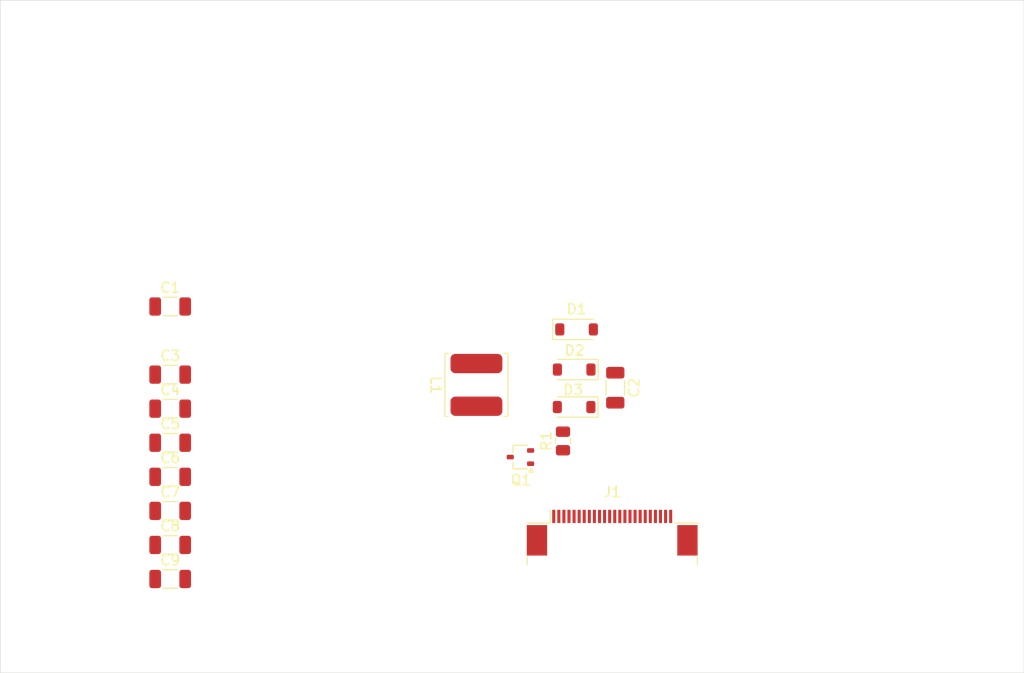
<source format=kicad_pcb>
(kicad_pcb (version 20240108) (generator "pcbnew") (generator_version "8.0")
  (layers (0 "F.Cu" signal) (31 "B.Cu" signal) (34 "B.Paste" user) (35 "F.Paste" user) (36 "B.SilkS" user "B.Silkscreen") (37 "F.SilkS" user "F.Silkscreen") (38 "B.Mask" user) (39 "F.Mask" user) (44 "Edge.Cuts" user))
  (net 0 "")
  (net 4 "GND")
  (net 5 "VGL")
  (net 6 "VGH")
  (net 7 "Net-(D3-A)")
  (net 8 "Net-(D1-K)")
  (net 9 "VCI")
  (net 10 "Net-(J1-Pin_5)")
  (net 11 "Net-(J1-Pin_18)")
  (net 12 "Net-(J1-Pin_20)")
  (net 13 "Net-(J1-Pin_22)")
  (net 14 "Net-(J1-Pin_24)")
  (net 15 "RESE")
  (net 16 "RES#")
  (net 17 "SDA")
  (net 18 "GDR")
  (net 19 "CS#")
  (net 20 "SCL")
  (net 21 "BS")
  (net 22 "D{slash}C#")
  (net 23 "TSDA")
  (net 24 "TSCL")
  (net 25 "BUSY")
  (footprint "Package_TO_SOT_SMD:SOT-323_SC-70" (layer "F.Cu") (at 141.38 100.0975 180)
    (property "Reference" "Q1" (at -0.05 -2.25 0) (layer "F.SilkS"))
    (property "Value" "Si1308EDL" (hide yes))
    (fp_line (start 0.73 0.5) (end 0.73 1.16) (stroke (width 0.12)) (layer "F.SilkS"))
    (fp_line (start 0.73 -1.16) (end 0.73 -0.5) (stroke (width 0.12)) (layer "F.SilkS"))
    (fp_line (start -0.68 1.16) (end 0.73 1.16) (stroke (width 0.12)) (layer "F.SilkS"))
    (fp_line (start -0.68 -1.16) (end 0.73 -1.16) (stroke (width 0.12)) (layer "F.SilkS"))
    (fp_poly (pts (xy -1.05 -1.14) (xy -1.29 -1.47) (xy -0.81 -1.47) (xy -1.05 -1.14)) (stroke (width 0.12)) (fill solid) (layer "F.SilkS"))
    (pad "1" smd roundrect (at -1 -0.65 90) (size 0.45 0.7) (layers "F.Cu" "F.Paste" "F.Mask") (net 18 "GDR"))
    (pad "2" smd roundrect (at -1 0.65 90) (size 0.45 0.7) (layers "F.Cu" "F.Paste" "F.Mask") (net 15 "RESE"))
    (pad "3" smd roundrect (at 1 0 90) (size 0.45 0.7) (layers "F.Cu" "F.Paste" "F.Mask") (net 7 "Net-(D3-A)"))
  )
  (footprint "Resistor_SMD:R_0805_2012Metric" (layer "F.Cu") (at 145.565 98.5125 90)
    (property "Reference" "R1" (at 0 -1.65 90) (layer "F.SilkS"))
    (property "Value" "470mOhm" (hide yes))
    (fp_line (start -0.227064 -0.735) (end 0.227064 -0.735) (stroke (width 0.12)) (layer "F.SilkS"))
    (fp_line (start -0.227064 0.735) (end 0.227064 0.735) (stroke (width 0.12)) (layer "F.SilkS"))
    (pad "1" smd roundrect (at -0.9125 0 90) (size 1.025 1.4) (layers "F.Cu" "F.Paste" "F.Mask") (roundrect_rratio 0.243902) (net 15 "RESE"))
    (pad "2" smd roundrect (at 0.9125 0 90) (size 1.025 1.4) (layers "F.Cu" "F.Paste" "F.Mask") (roundrect_rratio 0.243902) (net 4 "GND"))
  )
  (footprint "Capacitor_SMD:C_1206_3216Metric" (layer "F.Cu") (at 106.9325 108.7375)
    (property "Reference" "C8" (at 0 -1.85 0) (layer "F.SilkS"))
    (property "Value" "4.7uF")
    (fp_line (start -0.711252 -0.91) (end 0.711252 -0.91) (stroke (width 0.12)) (layer "F.SilkS"))
    (fp_line (start -0.711252 0.91) (end 0.711252 0.91) (stroke (width 0.12)) (layer "F.SilkS"))
    (pad "1" smd roundrect (at -1.475 0) (size 1.15 1.8) (layers "F.Cu" "F.Paste" "F.Mask") (roundrect_rratio 0.217391) (net 13 "Net-(J1-Pin_22)"))
    (pad "2" smd roundrect (at 1.475 0) (size 1.15 1.8) (layers "F.Cu" "F.Paste" "F.Mask") (roundrect_rratio 0.217391) (net 4 "GND"))
  )
  (footprint "Capacitor_SMD:C_1206_3216Metric" (layer "F.Cu") (at 106.9325 102.0375)
    (property "Reference" "C6" (at 0 -1.85 0) (layer "F.SilkS"))
    (property "Value" "1uF")
    (fp_line (start -0.711252 -0.91) (end 0.711252 -0.91) (stroke (width 0.12)) (layer "F.SilkS"))
    (fp_line (start -0.711252 0.91) (end 0.711252 0.91) (stroke (width 0.12)) (layer "F.SilkS"))
    (pad "1" smd roundrect (at -1.475 0) (size 1.15 1.8) (layers "F.Cu" "F.Paste" "F.Mask") (roundrect_rratio 0.217391) (net 11 "Net-(J1-Pin_18)"))
    (pad "2" smd roundrect (at 1.475 0) (size 1.15 1.8) (layers "F.Cu" "F.Paste" "F.Mask") (roundrect_rratio 0.217391) (net 4 "GND"))
  )
  (footprint "Diode_SMD:D_SOD-123" (layer "F.Cu") (at 146.6575 95.175 180)
    (property "Reference" "D3" (at 0.0925 1.6925 0) (layer "F.SilkS"))
    (property "Value" "MBR0530" (hide yes))
    (fp_line (start -2.36 1) (end 1.65 1) (stroke (width 0.12)) (layer "F.SilkS"))
    (fp_line (start -2.36 -1) (end 1.65 -1) (stroke (width 0.12)) (layer "F.SilkS"))
    (fp_line (start -2.36 -1) (end -2.36 1) (stroke (width 0.12)) (layer "F.SilkS"))
    (pad "1" smd roundrect (at -1.65 0 180) (size 0.9 1.2) (layers "F.Cu" "F.Paste" "F.Mask") (net 6 "VGH"))
    (pad "2" smd roundrect (at 1.65 0 180) (size 0.9 1.2) (layers "F.Cu" "F.Paste" "F.Mask") (net 7 "Net-(D3-A)"))
  )
  (footprint "Diode_SMD:D_SOD-123" (layer "F.Cu") (at 146.665 91.49 180)
    (property "Reference" "D2" (at -0.0425 1.885 0) (layer "F.SilkS"))
    (property "Value" "MBR0530" (hide yes))
    (fp_line (start -2.36 1) (end 1.65 1) (stroke (width 0.12)) (layer "F.SilkS"))
    (fp_line (start -2.36 -1) (end 1.65 -1) (stroke (width 0.12)) (layer "F.SilkS"))
    (fp_line (start -2.36 -1) (end -2.36 1) (stroke (width 0.12)) (layer "F.SilkS"))
    (pad "1" smd roundrect (at -1.65 0 180) (size 0.9 1.2) (layers "F.Cu" "F.Paste" "F.Mask") (net 4 "GND"))
    (pad "2" smd roundrect (at 1.65 0 180) (size 0.9 1.2) (layers "F.Cu" "F.Paste" "F.Mask") (net 8 "Net-(D1-K)"))
  )
  (footprint "Capacitor_SMD:C_1206_3216Metric" (layer "F.Cu") (at 150.7075 93.275 -90)
    (property "Reference" "C2" (at 0 -1.85 90) (layer "F.SilkS"))
    (property "Value" "4.7uF" (hide yes))
    (fp_line (start -0.711252 0.91) (end 0.711252 0.91) (stroke (width 0.12)) (layer "F.SilkS"))
    (fp_line (start -0.711252 -0.91) (end 0.711252 -0.91) (stroke (width 0.12)) (layer "F.SilkS"))
    (pad "1" smd roundrect (at -1.475 0 270) (size 1.15 1.8) (layers "F.Cu" "F.Paste" "F.Mask") (roundrect_rratio 0.217391) (net 4 "GND"))
    (pad "2" smd roundrect (at 1.475 0 270) (size 1.15 1.8) (layers "F.Cu" "F.Paste" "F.Mask") (roundrect_rratio 0.217391) (net 6 "VGH"))
  )
  (footprint "Capacitor_SMD:C_1206_3216Metric" (layer "F.Cu") (at 106.9325 98.6875)
    (property "Reference" "C5" (at 0 -1.85 0) (layer "F.SilkS"))
    (property "Value" "4.7uF")
    (fp_line (start -0.711252 -0.91) (end 0.711252 -0.91) (stroke (width 0.12)) (layer "F.SilkS"))
    (fp_line (start -0.711252 0.91) (end 0.711252 0.91) (stroke (width 0.12)) (layer "F.SilkS"))
    (pad "1" smd roundrect (at -1.475 0) (size 1.15 1.8) (layers "F.Cu" "F.Paste" "F.Mask") (roundrect_rratio 0.217391) (net 10 "Net-(J1-Pin_5)"))
    (pad "2" smd roundrect (at 1.475 0) (size 1.15 1.8) (layers "F.Cu" "F.Paste" "F.Mask") (roundrect_rratio 0.217391) (net 4 "GND"))
  )
  (footprint "Capacitor_SMD:C_1206_3216Metric" (layer "F.Cu") (at 106.9325 91.9875)
    (property "Reference" "C3" (at 0 -1.85 0) (layer "F.SilkS"))
    (property "Value" "4.7uF")
    (fp_line (start -0.711252 -0.91) (end 0.711252 -0.91) (stroke (width 0.12)) (layer "F.SilkS"))
    (fp_line (start -0.711252 0.91) (end 0.711252 0.91) (stroke (width 0.12)) (layer "F.SilkS"))
    (pad "1" smd roundrect (at -1.475 0) (size 1.15 1.8) (layers "F.Cu" "F.Paste" "F.Mask") (roundrect_rratio 0.217391) (net 8 "Net-(D1-K)"))
    (pad "2" smd roundrect (at 1.475 0) (size 1.15 1.8) (layers "F.Cu" "F.Paste" "F.Mask") (roundrect_rratio 0.217391) (net 7 "Net-(D3-A)"))
  )
  (footprint "Connector_FFC-FPC:Jushuo_AFC07-S24FCA-00_1x24-1MP_P0.50_Horizontal" (layer "F.Cu") (at 150.405 107.5325)
    (property "Reference" "J1" (at 0 -4 0) (layer "F.SilkS"))
    (property "Value" "Conn_01x24_Pin")
    (fp_line (start -8.37 2.45) (end -8.37 3.13) (stroke (width 0.12)) (layer "F.SilkS"))
    (fp_line (start -6.1 -0.95) (end -8.4 -0.95) (stroke (width 0.12)) (layer "F.SilkS"))
    (fp_line (start -6.1 -0.95) (end -6.1 -2.25) (stroke (width 0.12)) (layer "F.SilkS"))
    (fp_line (start 6.1 -0.95) (end 8.4 -0.95) (stroke (width 0.12)) (layer "F.SilkS"))
    (fp_line (start 8.37 2.45) (end 8.37 3.13) (stroke (width 0.12)) (layer "F.SilkS"))
    (pad "1" smd rect (at -5.75 -1.6) (size 0.3 1.3) (layers "F.Cu" "F.Paste" "F.Mask"))
    (pad "2" smd rect (at -5.25 -1.6) (size 0.3 1.3) (layers "F.Cu" "F.Paste" "F.Mask") (net 18 "GDR"))
    (pad "3" smd rect (at -4.75 -1.6) (size 0.3 1.3) (layers "F.Cu" "F.Paste" "F.Mask") (net 15 "RESE"))
    (pad "4" smd rect (at -4.25 -1.6) (size 0.3 1.3) (layers "F.Cu" "F.Paste" "F.Mask"))
    (pad "5" smd rect (at -3.75 -1.6) (size 0.3 1.3) (layers "F.Cu" "F.Paste" "F.Mask") (net 10 "Net-(J1-Pin_5)"))
    (pad "6" smd rect (at -3.25 -1.6) (size 0.3 1.3) (layers "F.Cu" "F.Paste" "F.Mask") (net 24 "TSCL"))
    (pad "7" smd rect (at -2.75 -1.6) (size 0.3 1.3) (layers "F.Cu" "F.Paste" "F.Mask") (net 23 "TSDA"))
    (pad "8" smd rect (at -2.25 -1.6) (size 0.3 1.3) (layers "F.Cu" "F.Paste" "F.Mask") (net 21 "BS"))
    (pad "9" smd rect (at -1.75 -1.6) (size 0.3 1.3) (layers "F.Cu" "F.Paste" "F.Mask") (net 25 "BUSY"))
    (pad "10" smd rect (at -1.25 -1.6) (size 0.3 1.3) (layers "F.Cu" "F.Paste" "F.Mask") (net 16 "RES#"))
    (pad "11" smd rect (at -0.75 -1.6) (size 0.3 1.3) (layers "F.Cu" "F.Paste" "F.Mask") (net 22 "D{slash}C#"))
    (pad "12" smd rect (at -0.25 -1.6) (size 0.3 1.3) (layers "F.Cu" "F.Paste" "F.Mask") (net 19 "CS#"))
    (pad "13" smd rect (at 0.25 -1.6) (size 0.3 1.3) (layers "F.Cu" "F.Paste" "F.Mask") (net 20 "SCL"))
    (pad "14" smd rect (at 0.75 -1.6) (size 0.3 1.3) (layers "F.Cu" "F.Paste" "F.Mask") (net 17 "SDA"))
    (pad "15" smd rect (at 1.25 -1.6) (size 0.3 1.3) (layers "F.Cu" "F.Paste" "F.Mask") (net 9 "VCI"))
    (pad "16" smd rect (at 1.75 -1.6) (size 0.3 1.3) (layers "F.Cu" "F.Paste" "F.Mask") (net 9 "VCI"))
    (pad "17" smd rect (at 2.25 -1.6) (size 0.3 1.3) (layers "F.Cu" "F.Paste" "F.Mask") (net 4 "GND"))
    (pad "18" smd rect (at 2.75 -1.6) (size 0.3 1.3) (layers "F.Cu" "F.Paste" "F.Mask") (net 11 "Net-(J1-Pin_18)"))
    (pad "19" smd rect (at 3.25 -1.6) (size 0.3 1.3) (layers "F.Cu" "F.Paste" "F.Mask"))
    (pad "20" smd rect (at 3.75 -1.6) (size 0.3 1.3) (layers "F.Cu" "F.Paste" "F.Mask") (net 12 "Net-(J1-Pin_20)"))
    (pad "21" smd rect (at 4.25 -1.6) (size 0.3 1.3) (layers "F.Cu" "F.Paste" "F.Mask") (net 6 "VGH"))
    (pad "22" smd rect (at 4.75 -1.6) (size 0.3 1.3) (layers "F.Cu" "F.Paste" "F.Mask") (net 13 "Net-(J1-Pin_22)"))
    (pad "23" smd rect (at 5.25 -1.6) (size 0.3 1.3) (layers "F.Cu" "F.Paste" "F.Mask") (net 5 "VGL"))
    (pad "24" smd rect (at 5.75 -1.6) (size 0.3 1.3) (layers "F.Cu" "F.Paste" "F.Mask") (net 14 "Net-(J1-Pin_24)"))
    (pad "MP" smd rect (at -7.4 0.75) (size 2 3) (layers "F.Cu" "F.Paste" "F.Mask"))
    (pad "MP" smd rect (at 7.4 0.75) (size 2 3) (layers "F.Cu" "F.Paste" "F.Mask"))
  )
  (footprint "Capacitor_SMD:C_1206_3216Metric" (layer "F.Cu") (at 106.9325 112.0875)
    (property "Reference" "C9" (at 0 -1.85 0) (layer "F.SilkS"))
    (property "Value" "1uF")
    (fp_line (start -0.711252 -0.91) (end 0.711252 -0.91) (stroke (width 0.12)) (layer "F.SilkS"))
    (fp_line (start -0.711252 0.91) (end 0.711252 0.91) (stroke (width 0.12)) (layer "F.SilkS"))
    (pad "1" smd roundrect (at -1.475 0) (size 1.15 1.8) (layers "F.Cu" "F.Paste" "F.Mask") (roundrect_rratio 0.217391) (net 14 "Net-(J1-Pin_24)"))
    (pad "2" smd roundrect (at 1.475 0) (size 1.15 1.8) (layers "F.Cu" "F.Paste" "F.Mask") (roundrect_rratio 0.217391) (net 4 "GND"))
  )
  (footprint "Diode_SMD:D_SOD-123" (layer "F.Cu") (at 146.9 87.54)
    (property "Reference" "D1" (at 0 -2 0) (layer "F.SilkS"))
    (property "Value" "MBR0530" (hide yes))
    (fp_line (start -2.36 -1) (end -2.36 1) (stroke (width 0.12)) (layer "F.SilkS"))
    (fp_line (start -2.36 -1) (end 1.65 -1) (stroke (width 0.12)) (layer "F.SilkS"))
    (fp_line (start -2.36 1) (end 1.65 1) (stroke (width 0.12)) (layer "F.SilkS"))
    (pad "1" smd roundrect (at -1.65 0) (size 0.9 1.2) (layers "F.Cu" "F.Paste" "F.Mask") (net 8 "Net-(D1-K)"))
    (pad "2" smd roundrect (at 1.65 0) (size 0.9 1.2) (layers "F.Cu" "F.Paste" "F.Mask") (net 5 "VGL"))
  )
  (footprint "Capacitor_SMD:C_1206_3216Metric" (layer "F.Cu") (at 106.9325 95.3375)
    (property "Reference" "C4" (at 0 -1.85 0) (layer "F.SilkS"))
    (property "Value" "4.7uF")
    (fp_line (start -0.711252 -0.91) (end 0.711252 -0.91) (stroke (width 0.12)) (layer "F.SilkS"))
    (fp_line (start -0.711252 0.91) (end 0.711252 0.91) (stroke (width 0.12)) (layer "F.SilkS"))
    (pad "1" smd roundrect (at -1.475 0) (size 1.15 1.8) (layers "F.Cu" "F.Paste" "F.Mask") (roundrect_rratio 0.217391) (net 9 "VCI"))
    (pad "2" smd roundrect (at 1.475 0) (size 1.15 1.8) (layers "F.Cu" "F.Paste" "F.Mask") (roundrect_rratio 0.217391) (net 4 "GND"))
  )
  (footprint "Capacitor_SMD:C_1206_3216Metric" (layer "F.Cu") (at 106.9325 105.3875)
    (property "Reference" "C7" (at 0 -1.85 0) (layer "F.SilkS"))
    (property "Value" "4.7uF")
    (fp_line (start -0.711252 -0.91) (end 0.711252 -0.91) (stroke (width 0.12)) (layer "F.SilkS"))
    (fp_line (start -0.711252 0.91) (end 0.711252 0.91) (stroke (width 0.12)) (layer "F.SilkS"))
    (pad "1" smd roundrect (at -1.475 0) (size 1.15 1.8) (layers "F.Cu" "F.Paste" "F.Mask") (roundrect_rratio 0.217391) (net 12 "Net-(J1-Pin_20)"))
    (pad "2" smd roundrect (at 1.475 0) (size 1.15 1.8) (layers "F.Cu" "F.Paste" "F.Mask") (roundrect_rratio 0.217391) (net 4 "GND"))
  )
  (footprint "Inductor_SMD:L_TDK_VLS6045EX_VLS6045AF" (layer "F.Cu") (at 137.0525 92.9975 -90)
    (property "Reference" "L1" (at 0.0075 4 -90) (layer "F.SilkS"))
    (property "Value" "10uH" (hide yes))
    (fp_line (start -3.1 3.1) (end 3.1 3.1) (stroke (width 0.12)) (layer "F.SilkS"))
    (fp_line (start -3.1 3.1) (end -3.1 2.7) (stroke (width 0.12)) (layer "F.SilkS"))
    (fp_line (start 3.1 3.1) (end 3.1 2.7) (stroke (width 0.12)) (layer "F.SilkS"))
    (fp_line (start -3.1 -3.1) (end -3.1 -2.7) (stroke (width 0.12)) (layer "F.SilkS"))
    (fp_line (start -3.1 -3.1) (end 3.1 -3.1) (stroke (width 0.12)) (layer "F.SilkS"))
    (fp_line (start 3.1 -3.1) (end 3.1 -2.7) (stroke (width 0.12)) (layer "F.SilkS"))
    (pad "1" smd roundrect (at -2.1 0 270) (size 1.9 5.1) (layers "F.Cu" "F.Paste" "F.Mask") (net 9 "VCI"))
    (pad "2" smd roundrect (at 2.1 0 270) (size 1.9 5.1) (layers "F.Cu" "F.Paste" "F.Mask") (net 7 "Net-(D3-A)"))
  )
  (footprint "Capacitor_SMD:C_1206_3216Metric" (layer "F.Cu") (at 106.9325 85.2875)
    (property "Reference" "C1" (at 0 -1.85 0) (layer "F.SilkS"))
    (property "Value" "4.7uF")
    (fp_line (start -0.711252 -0.91) (end 0.711252 -0.91) (stroke (width 0.12)) (layer "F.SilkS"))
    (fp_line (start -0.711252 0.91) (end 0.711252 0.91) (stroke (width 0.12)) (layer "F.SilkS"))
    (pad "1" smd roundrect (at -1.475 0) (size 1.15 1.8) (layers "F.Cu" "F.Paste" "F.Mask") (roundrect_rratio 0.217391) (net 5 "VGL"))
    (pad "2" smd roundrect (at 1.475 0) (size 1.15 1.8) (layers "F.Cu" "F.Paste" "F.Mask") (roundrect_rratio 0.217391) (net 4 "GND"))
  )
  (gr_rect (start 90.22 55.1675) (end 190.905 121.32) (stroke (width 0.05)) (fill none) (layer "Edge.Cuts"))
)
</source>
